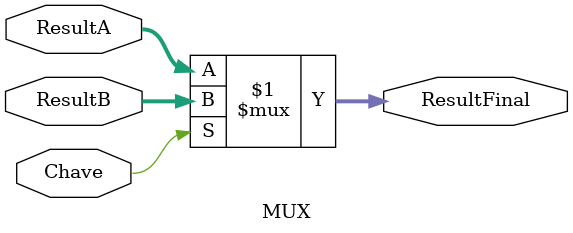
<source format=v>
/*
Implementação em Verilog dos componentes do nRisc que armazenam estado.
Aluno: Alexandre Roque.
Disciplina: Arquitetura e Organização de Computadores.
Professor: Mateus Felipe Tymburibá Ferreira.
*/

module MUX(ResultA, ResultB, Chave, ResultFinal);
 
	input [7:0] ResultA, ResultB; 
	input Chave;
	output wire [7:0] ResultFinal;
	 
	assign ResultFinal = (Chave) ? ResultB : ResultA;
 
endmodule

</source>
